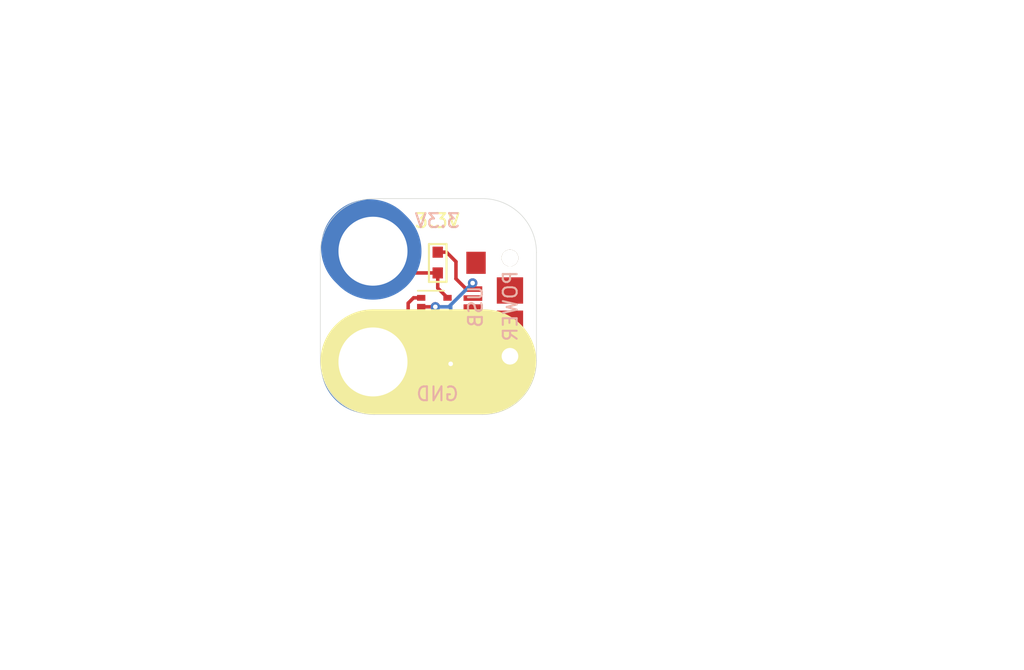
<source format=kicad_pcb>
(kicad_pcb (version 4) (host pcbnew 4.0.5-e0-6337~49~ubuntu16.04.1)

  (general
    (links 7)
    (no_connects 0)
    (area 104.572999 74.854999 178.510001 123.265001)
    (thickness 1.6)
    (drawings 17)
    (tracks 33)
    (zones 0)
    (modules 5)
    (nets 4)
  )

  (page USLetter)
  (title_block
    (title "2x2 USB Power Connector Module")
    (date "18 Jan 2017")
    (rev 1.0)
    (company "All rights reserved.")
    (comment 1 help@browndoggadgets.com)
    (comment 2 http://browndoggadgets.com/)
    (comment 3 "Brown Dog Gadgets")
  )

  (layers
    (0 F.Cu signal)
    (31 B.Cu signal)
    (34 B.Paste user)
    (35 F.Paste user)
    (36 B.SilkS user)
    (37 F.SilkS user)
    (38 B.Mask user)
    (39 F.Mask user)
    (40 Dwgs.User user)
    (44 Edge.Cuts user)
    (46 B.CrtYd user)
    (47 F.CrtYd user)
    (48 B.Fab user)
    (49 F.Fab user)
  )

  (setup
    (last_trace_width 0.254)
    (user_trace_width 0.1524)
    (user_trace_width 0.254)
    (user_trace_width 0.3302)
    (user_trace_width 0.508)
    (user_trace_width 0.762)
    (user_trace_width 1.27)
    (trace_clearance 0.254)
    (zone_clearance 0.508)
    (zone_45_only no)
    (trace_min 0.1524)
    (segment_width 0.1524)
    (edge_width 0.1524)
    (via_size 0.6858)
    (via_drill 0.3302)
    (via_min_size 0.6858)
    (via_min_drill 0.3302)
    (user_via 0.6858 0.3302)
    (user_via 0.762 0.4064)
    (user_via 0.8636 0.508)
    (uvia_size 0.6858)
    (uvia_drill 0.3302)
    (uvias_allowed no)
    (uvia_min_size 0)
    (uvia_min_drill 0)
    (pcb_text_width 0.1524)
    (pcb_text_size 1.016 1.016)
    (mod_edge_width 0.1524)
    (mod_text_size 1.016 1.016)
    (mod_text_width 0.1524)
    (pad_size 6 6)
    (pad_drill 4.98)
    (pad_to_mask_clearance 0.0762)
    (solder_mask_min_width 0.1016)
    (pad_to_paste_clearance -0.0762)
    (aux_axis_origin 0 0)
    (visible_elements FFFEDF7D)
    (pcbplotparams
      (layerselection 0x310fc_80000001)
      (usegerberextensions true)
      (excludeedgelayer true)
      (linewidth 0.100000)
      (plotframeref false)
      (viasonmask false)
      (mode 1)
      (useauxorigin false)
      (hpglpennumber 1)
      (hpglpenspeed 20)
      (hpglpendiameter 15)
      (hpglpenoverlay 2)
      (psnegative false)
      (psa4output false)
      (plotreference true)
      (plotvalue true)
      (plotinvisibletext false)
      (padsonsilk false)
      (subtractmaskfromsilk false)
      (outputformat 1)
      (mirror false)
      (drillshape 0)
      (scaleselection 1)
      (outputdirectory gerbers))
  )

  (net 0 "")
  (net 1 GND)
  (net 2 VCC)
  (net 3 VIN)

  (net_class Default "This is the default net class."
    (clearance 0.254)
    (trace_width 0.254)
    (via_dia 0.6858)
    (via_drill 0.3302)
    (uvia_dia 0.6858)
    (uvia_drill 0.3302)
    (add_net GND)
    (add_net VCC)
    (add_net VIN)
  )

  (module Crazy_NonLego:CONN-USB-MICRO-B-AMPHENOL-10118193-0001LF (layer F.Cu) (tedit 588A51BC) (tstamp 588A66B5)
    (at 141.38292 97.03856 90)
    (descr "Micro USB Type B 10103594-0001LF")
    (tags "USB USB_B USB_micro USB_OTG")
    (path /58844117)
    (attr smd)
    (fp_text reference J1 (at 0 -1.25 180) (layer F.Fab)
      (effects (font (size 2.032 2.032) (thickness 0.254)))
    )
    (fp_text value MICRO-B (at -0.25 0.25 90) (layer F.Fab) hide
      (effects (font (size 1 1) (thickness 0.15)))
    )
    (fp_text user %R (at 4 -4.75 90) (layer F.SilkS) hide
      (effects (font (size 1 1) (thickness 0.15)))
    )
    (fp_line (start -5 1.5) (end -5 -3.75) (layer F.Fab) (width 0.05))
    (fp_line (start 5 1.5) (end -5 1.5) (layer F.Fab) (width 0.05))
    (fp_line (start 5 -3.75) (end 5 1.5) (layer F.Fab) (width 0.05))
    (fp_line (start -5 -3.75) (end 5 -3.75) (layer F.Fab) (width 0.05))
    (fp_line (start 5.0546 1.524) (end -5.08 1.524) (layer F.CrtYd) (width 0.05))
    (fp_line (start -5.08 -3.8608) (end -5.08 1.524) (layer F.CrtYd) (width 0.05))
    (fp_line (start 5.08 -3.8608) (end 5.08 1.524) (layer F.CrtYd) (width 0.05))
    (fp_line (start 5.08 -3.8862) (end -5.0546 -3.8862) (layer F.CrtYd) (width 0.05))
    (pad 1 smd rect (at -1.3 -2.675 180) (size 1.35 0.4) (layers F.Cu F.Paste F.Mask)
      (net 3 VIN))
    (pad 2 smd rect (at -0.65 -2.675 180) (size 1.35 0.4) (layers F.Cu F.Paste F.Mask))
    (pad 3 smd rect (at -0.0009 -2.675 180) (size 1.35 0.4) (layers F.Cu F.Paste F.Mask))
    (pad 4 smd rect (at 0.65 -2.675 180) (size 1.35 0.4) (layers F.Cu F.Paste F.Mask))
    (pad 5 smd rect (at 1.3 -2.675 180) (size 1.35 0.4) (layers F.Cu F.Paste F.Mask)
      (net 1 GND))
    (pad 6 smd rect (at -3.2 -2.45 180) (size 1.4 1.6) (layers F.Cu F.Paste F.Mask))
    (pad 6 thru_hole circle (at -3.55 0 180) (size 1.2 1.2) (drill 1.2) (layers *.Cu *.Mask F.SilkS))
    (pad 6 smd rect (at -1.2 0 180) (size 1.9 1.9) (layers F.Cu F.Paste F.Mask))
    (pad 6 smd rect (at 1.2 0 180) (size 1.9 1.9) (layers F.Cu F.Paste F.Mask))
    (pad 6 smd rect (at 3.2 -2.45 180) (size 1.4 1.6) (layers F.Cu F.Paste F.Mask))
    (pad 6 thru_hole circle (at 3.55 0 180) (size 1.2 1.2) (drill 1.2) (layers *.Cu *.Mask F.SilkS))
  )

  (module Wickerlib:RLC-0603-SMD (layer F.Cu) (tedit 588A4EAD) (tstamp 588A4DE4)
    (at 136.1694 100.37896 270)
    (descr "Capacitor SMD RLC-0603-SMD, reflow soldering, AVX (see smccp.pdf)")
    (tags "capacitor RLC-0603-SMD")
    (path /588A4E13)
    (attr smd)
    (fp_text reference C1 (at 0.09 0.04 360) (layer F.Fab)
      (effects (font (size 0.8 0.8) (thickness 0.15)))
    )
    (fp_text value 1uF (at 0 1.9 270) (layer F.Fab) hide
      (effects (font (size 1 1) (thickness 0.15)))
    )
    (fp_line (start -1.397 -0.635) (end -1.397 0.635) (layer F.SilkS) (width 0.1524))
    (fp_line (start 1.3335 -0.635) (end 1.3335 0.635) (layer F.SilkS) (width 0.1524))
    (fp_text user %R (at 2.4645 -0.3175 270) (layer F.SilkS) hide
      (effects (font (size 1 1) (thickness 0.15)))
    )
    (fp_line (start -1.45 -0.75) (end 1.45 -0.75) (layer F.Fab) (width 0.05))
    (fp_line (start -1.45 0.75) (end 1.45 0.75) (layer F.CrtYd) (width 0.05))
    (fp_line (start -1.45 -0.75) (end -1.45 0.75) (layer F.CrtYd) (width 0.05))
    (fp_line (start 1.45 -0.75) (end 1.45 0.75) (layer F.CrtYd) (width 0.05))
    (fp_line (start -1.397 -0.635) (end 1.3335 -0.635) (layer F.SilkS) (width 0.15))
    (fp_line (start 1.3335 0.635) (end -1.397 0.635) (layer F.SilkS) (width 0.15))
    (fp_line (start -1.45 -0.75) (end 1.45 -0.75) (layer F.CrtYd) (width 0.05))
    (fp_line (start -1.45 -0.75) (end -1.45 0.75) (layer F.Fab) (width 0.05))
    (fp_line (start 1.45 -0.75) (end 1.45 0.75) (layer F.Fab) (width 0.05))
    (fp_line (start -1.45 0.75) (end 1.45 0.75) (layer F.Fab) (width 0.05))
    (pad 1 smd rect (at -0.75 0 270) (size 0.8 0.75) (layers F.Cu F.Paste F.Mask)
      (net 3 VIN))
    (pad 2 smd rect (at 0.75 0 270) (size 0.8 0.75) (layers F.Cu F.Paste F.Mask)
      (net 1 GND))
  )

  (module Wickerlib:RLC-0603-SMD (layer F.Cu) (tedit 588A4EAA) (tstamp 588A4DF7)
    (at 136.1694 93.82068 90)
    (descr "Capacitor SMD RLC-0603-SMD, reflow soldering, AVX (see smccp.pdf)")
    (tags "capacitor RLC-0603-SMD")
    (path /588A4EC6)
    (attr smd)
    (fp_text reference C2 (at 0.09 0.04 180) (layer F.Fab)
      (effects (font (size 0.8 0.8) (thickness 0.15)))
    )
    (fp_text value 1uF (at 0 1.9 90) (layer F.Fab) hide
      (effects (font (size 1 1) (thickness 0.15)))
    )
    (fp_line (start -1.397 -0.635) (end -1.397 0.635) (layer F.SilkS) (width 0.1524))
    (fp_line (start 1.3335 -0.635) (end 1.3335 0.635) (layer F.SilkS) (width 0.1524))
    (fp_text user %R (at 2.4645 -0.3175 90) (layer F.SilkS) hide
      (effects (font (size 1 1) (thickness 0.15)))
    )
    (fp_line (start -1.45 -0.75) (end 1.45 -0.75) (layer F.Fab) (width 0.05))
    (fp_line (start -1.45 0.75) (end 1.45 0.75) (layer F.CrtYd) (width 0.05))
    (fp_line (start -1.45 -0.75) (end -1.45 0.75) (layer F.CrtYd) (width 0.05))
    (fp_line (start 1.45 -0.75) (end 1.45 0.75) (layer F.CrtYd) (width 0.05))
    (fp_line (start -1.397 -0.635) (end 1.3335 -0.635) (layer F.SilkS) (width 0.15))
    (fp_line (start 1.3335 0.635) (end -1.397 0.635) (layer F.SilkS) (width 0.15))
    (fp_line (start -1.45 -0.75) (end 1.45 -0.75) (layer F.CrtYd) (width 0.05))
    (fp_line (start -1.45 -0.75) (end -1.45 0.75) (layer F.Fab) (width 0.05))
    (fp_line (start 1.45 -0.75) (end 1.45 0.75) (layer F.Fab) (width 0.05))
    (fp_line (start -1.45 0.75) (end 1.45 0.75) (layer F.Fab) (width 0.05))
    (pad 1 smd rect (at -0.75 0 90) (size 0.8 0.75) (layers F.Cu F.Paste F.Mask)
      (net 2 VCC))
    (pad 2 smd rect (at 0.75 0 90) (size 0.8 0.75) (layers F.Cu F.Paste F.Mask)
      (net 1 GND))
  )

  (module Wickerlib:SOT-353 (layer F.Cu) (tedit 588A4EAF) (tstamp 588A4E0B)
    (at 135.92552 97.01808)
    (descr SOT353)
    (path /588A5298)
    (attr smd)
    (fp_text reference U1 (at 0 0) (layer F.Fab)
      (effects (font (size 1 1) (thickness 0.15)))
    )
    (fp_text value "MIC5365 3.3V" (at 0 2.25) (layer F.Fab) hide
      (effects (font (size 1 1) (thickness 0.15)))
    )
    (fp_text user %R (at -0.4445 -1.9685) (layer F.SilkS) hide
      (effects (font (size 1 1) (thickness 0.15)))
    )
    (fp_line (start 1.524 1.3335) (end 1.524 -1.3335) (layer F.Fab) (width 0.04064))
    (fp_line (start -1.524 1.3335) (end 1.524 1.3335) (layer F.Fab) (width 0.04064))
    (fp_line (start -1.524 -1.3335) (end -1.524 1.3335) (layer F.Fab) (width 0.04064))
    (fp_line (start 1.524 -1.3335) (end -1.524 -1.3335) (layer F.Fab) (width 0.04064))
    (fp_line (start 0.7 -1.16) (end -1.2 -1.16) (layer F.SilkS) (width 0.12))
    (fp_line (start -0.7 1.16) (end 0.7 1.16) (layer F.SilkS) (width 0.12))
    (fp_line (start 1.5 1.35) (end 1.5 -1.35) (layer F.CrtYd) (width 0.05))
    (fp_line (start -1.5 -1.35) (end -1.5 1.35) (layer F.CrtYd) (width 0.05))
    (fp_line (start -1.5 -1.35) (end 1.5 -1.35) (layer F.CrtYd) (width 0.05))
    (fp_line (start -1.5 1.35) (end 1.5 1.35) (layer F.CrtYd) (width 0.05))
    (pad 1 smd rect (at -0.95 -0.65) (size 0.6 0.42) (layers F.Cu F.Paste F.Mask)
      (net 3 VIN))
    (pad 3 smd rect (at -0.95 0.65) (size 0.6 0.42) (layers F.Cu F.Paste F.Mask)
      (net 3 VIN))
    (pad 5 smd rect (at 0.95 -0.65) (size 0.6 0.42) (layers F.Cu F.Paste F.Mask)
      (net 2 VCC))
    (pad 2 smd rect (at -0.95 0) (size 0.6 0.42) (layers F.Cu F.Paste F.Mask)
      (net 1 GND))
    (pad 4 smd rect (at 0.95 0.65) (size 0.6 0.42) (layers F.Cu F.Paste F.Mask))
    (model TO_SOT_Packages_SMD.3dshapes/SOT-353.wrl
      (at (xyz 0 0 0))
      (scale (xyz 0.07000000000000001 0.09 0.08))
      (rotate (xyz 0 0 90))
    )
  )

  (module Crazy_Circuits:USB-CONNECTOR-2x2 (layer F.Cu) (tedit 588E53E8) (tstamp 588A894B)
    (at 131.4958 101.00056)
    (descr "2.54mm pitch through hole centered 2x2")
    (path /58844117)
    (fp_text reference J1 (at 3.9 -4) (layer F.Fab) hide
      (effects (font (size 1 1) (thickness 0.15)))
    )
    (fp_text value MICRO-B (at 4 6) (layer F.Fab) hide
      (effects (font (size 1 1) (thickness 0.15)))
    )
    (fp_line (start 0 0) (end 8 0) (layer F.SilkS) (width 7.6))
    (fp_line (start 0 -8) (end -0.25 -8.25) (layer B.Cu) (width 7))
    (fp_text user USB (at 7.40156 -3.98272 270) (layer B.SilkS)
      (effects (font (size 1 1) (thickness 0.15)) (justify mirror))
    )
    (fp_text user POWER (at 9.91616 -4.0386 90) (layer B.SilkS)
      (effects (font (size 1 1) (thickness 0.15)) (justify mirror))
    )
    (fp_text user 3.3V (at 4.63804 -10.20064) (layer F.SilkS)
      (effects (font (size 1 1) (thickness 0.15)))
    )
    (fp_line (start 7.9 -11.8) (end 0.1 -11.8) (layer Edge.Cuts) (width 0.04064))
    (fp_line (start 7.9 3.8) (end 0.1 3.8) (layer Edge.Cuts) (width 0.04064))
    (fp_line (start 11.8 -0.1) (end 11.8 -7.9) (layer Edge.Cuts) (width 0.04064))
    (fp_line (start -3.8 -0.1) (end -3.8 -7.9) (layer Edge.Cuts) (width 0.04064))
    (fp_arc (start 7.9 -7.9) (end 7.9 -11.8) (angle 90) (layer Edge.Cuts) (width 0.04064))
    (fp_arc (start 7.9 -0.1) (end 11.8 -0.1) (angle 90) (layer Edge.Cuts) (width 0.04064))
    (fp_arc (start 0.1 -0.1) (end 0.1 3.8) (angle 90) (layer Edge.Cuts) (width 0.04064))
    (fp_arc (start 0.1 -7.9) (end -3.8 -7.9) (angle 90) (layer Edge.Cuts) (width 0.04064))
    (fp_line (start 7.9 -11.8) (end 0.1 -11.8) (layer F.Fab) (width 0.04064))
    (fp_line (start 7.9 3.8) (end 0.1 3.8) (layer F.Fab) (width 0.04064))
    (fp_line (start 11.8 -0.1) (end 11.8 -7.9) (layer F.Fab) (width 0.04064))
    (fp_line (start -3.8 -0.1) (end -3.8 -7.9) (layer F.Fab) (width 0.04064))
    (fp_arc (start 7.9 -7.9) (end 7.9 -11.8) (angle 90) (layer F.Fab) (width 0.04064))
    (fp_arc (start 7.9 -0.1) (end 11.8 -0.1) (angle 90) (layer F.Fab) (width 0.04064))
    (fp_arc (start 0.1 -0.1) (end 0.1 3.8) (angle 90) (layer F.Fab) (width 0.04064))
    (fp_arc (start 0.1 -7.9) (end -3.8 -7.9) (angle 90) (layer F.Fab) (width 0.04064))
    (fp_text user GND (at 4.65328 2.3114 180) (layer F.SilkS)
      (effects (font (size 1 1) (thickness 0.15)))
    )
    (fp_line (start 0 -8) (end -0.25 -8.25) (layer B.Mask) (width 7))
    (fp_line (start 0 0) (end -0.25 0.25) (layer B.Cu) (width 7))
    (fp_line (start 0 0) (end -0.25 0.25) (layer B.Mask) (width 7))
    (fp_text user 3.3V (at 4.63804 -10.20064) (layer B.SilkS)
      (effects (font (size 1 1) (thickness 0.15)) (justify mirror))
    )
    (fp_text user GND (at 4.65328 2.3114) (layer B.SilkS)
      (effects (font (size 1 1) (thickness 0.15)) (justify mirror))
    )
    (pad 5 thru_hole circle (at 0 0) (size 6 6) (drill 4.98) (layers *.Cu *.Mask))
    (pad 1 thru_hole circle (at 0 -8) (size 6 6) (drill 4.98) (layers *.Cu *.Mask))
  )

  (gr_circle (center 117.348 76.962) (end 118.618 76.962) (layer Dwgs.User) (width 0.15))
  (gr_line (start 114.427 78.994) (end 114.427 74.93) (angle 90) (layer Dwgs.User) (width 0.15))
  (gr_line (start 120.269 78.994) (end 114.427 78.994) (angle 90) (layer Dwgs.User) (width 0.15))
  (gr_line (start 120.269 74.93) (end 120.269 78.994) (angle 90) (layer Dwgs.User) (width 0.15))
  (gr_line (start 114.427 74.93) (end 120.269 74.93) (angle 90) (layer Dwgs.User) (width 0.15))
  (gr_line (start 120.523 93.98) (end 104.648 93.98) (angle 90) (layer Dwgs.User) (width 0.15))
  (gr_line (start 173.355 102.235) (end 173.355 94.615) (angle 90) (layer Dwgs.User) (width 0.15))
  (gr_line (start 178.435 102.235) (end 173.355 102.235) (angle 90) (layer Dwgs.User) (width 0.15))
  (gr_line (start 178.435 94.615) (end 178.435 102.235) (angle 90) (layer Dwgs.User) (width 0.15))
  (gr_line (start 173.355 94.615) (end 178.435 94.615) (angle 90) (layer Dwgs.User) (width 0.15))
  (gr_line (start 109.093 123.19) (end 109.093 114.3) (angle 90) (layer Dwgs.User) (width 0.15))
  (gr_line (start 122.428 123.19) (end 109.093 123.19) (angle 90) (layer Dwgs.User) (width 0.15))
  (gr_line (start 122.428 114.3) (end 122.428 123.19) (angle 90) (layer Dwgs.User) (width 0.15))
  (gr_line (start 109.093 114.3) (end 122.428 114.3) (angle 90) (layer Dwgs.User) (width 0.15))
  (gr_line (start 104.648 93.98) (end 104.648 82.55) (angle 90) (layer Dwgs.User) (width 0.15))
  (gr_line (start 120.523 82.55) (end 120.523 93.98) (angle 90) (layer Dwgs.User) (width 0.15))
  (gr_line (start 104.648 82.55) (end 120.523 82.55) (angle 90) (layer Dwgs.User) (width 0.15))

  (segment (start 136.9718 97.01808) (end 137.10412 96.88576) (width 0.254) (layer B.Cu) (net 1))
  (segment (start 137.10412 96.88576) (end 138.68908 95.3008) (width 0.254) (layer B.Cu) (net 1))
  (segment (start 137.10412 101.13772) (end 137.10412 96.88576) (width 0.254) (layer B.Cu) (net 1))
  (segment (start 136.1694 101.12896) (end 137.09536 101.12896) (width 0.254) (layer F.Cu) (net 1))
  (segment (start 137.09536 101.12896) (end 137.10412 101.13772) (width 0.254) (layer F.Cu) (net 1))
  (via (at 137.10412 101.13772) (size 0.6858) (drill 0.3302) (layers F.Cu B.Cu) (net 1))
  (segment (start 136.1694 101.12896) (end 131.67728 101.12896) (width 0.254) (layer F.Cu) (net 1))
  (segment (start 137.48512 93.7574) (end 137.48512 94.99076) (width 0.254) (layer F.Cu) (net 1))
  (segment (start 137.48512 94.99076) (end 138.23292 95.73856) (width 0.254) (layer F.Cu) (net 1))
  (segment (start 138.23292 95.73856) (end 138.70792 95.73856) (width 0.254) (layer F.Cu) (net 1))
  (segment (start 136.1694 93.07068) (end 136.7984 93.07068) (width 0.254) (layer F.Cu) (net 1))
  (segment (start 136.7984 93.07068) (end 137.48512 93.7574) (width 0.254) (layer F.Cu) (net 1))
  (segment (start 138.68908 95.3008) (end 138.68908 95.71972) (width 0.254) (layer F.Cu) (net 1))
  (segment (start 138.68908 95.71972) (end 138.70792 95.73856) (width 0.254) (layer F.Cu) (net 1))
  (via (at 138.68908 95.3008) (size 0.6858) (drill 0.3302) (layers F.Cu B.Cu) (net 1))
  (segment (start 135.99644 97.01808) (end 136.9718 97.01808) (width 0.254) (layer B.Cu) (net 1))
  (via (at 135.99644 97.01808) (size 0.6858) (drill 0.3302) (layers F.Cu B.Cu) (net 1))
  (segment (start 134.97552 97.01808) (end 135.99644 97.01808) (width 0.254) (layer F.Cu) (net 1))
  (segment (start 136.1694 94.57068) (end 133.26504 94.57068) (width 0.254) (layer F.Cu) (net 2))
  (segment (start 136.1694 94.57068) (end 136.1694 95.66196) (width 0.254) (layer F.Cu) (net 2))
  (segment (start 136.1694 95.66196) (end 136.87552 96.36808) (width 0.254) (layer F.Cu) (net 2))
  (segment (start 137.39916 98.3742) (end 136.1694 98.3742) (width 0.254) (layer F.Cu) (net 3))
  (segment (start 136.1694 98.3742) (end 134.97552 98.3742) (width 0.254) (layer F.Cu) (net 3))
  (segment (start 136.1694 99.62896) (end 136.1694 98.97496) (width 0.254) (layer F.Cu) (net 3))
  (segment (start 136.1694 98.97496) (end 136.1694 98.3742) (width 0.254) (layer F.Cu) (net 3))
  (segment (start 134.97552 97.66808) (end 134.97552 98.3742) (width 0.254) (layer F.Cu) (net 3))
  (segment (start 138.70792 98.33856) (end 137.4348 98.33856) (width 0.254) (layer F.Cu) (net 3))
  (segment (start 137.4348 98.33856) (end 137.39916 98.3742) (width 0.254) (layer F.Cu) (net 3))
  (segment (start 134.0358 97.28236) (end 134.0358 96.7538) (width 0.254) (layer F.Cu) (net 3))
  (segment (start 134.0358 96.7538) (end 134.42152 96.36808) (width 0.254) (layer F.Cu) (net 3))
  (segment (start 134.42152 96.36808) (end 134.97552 96.36808) (width 0.254) (layer F.Cu) (net 3))
  (segment (start 134.97552 97.66808) (end 134.42152 97.66808) (width 0.254) (layer F.Cu) (net 3))
  (segment (start 134.42152 97.66808) (end 134.0358 97.28236) (width 0.254) (layer F.Cu) (net 3))

)

</source>
